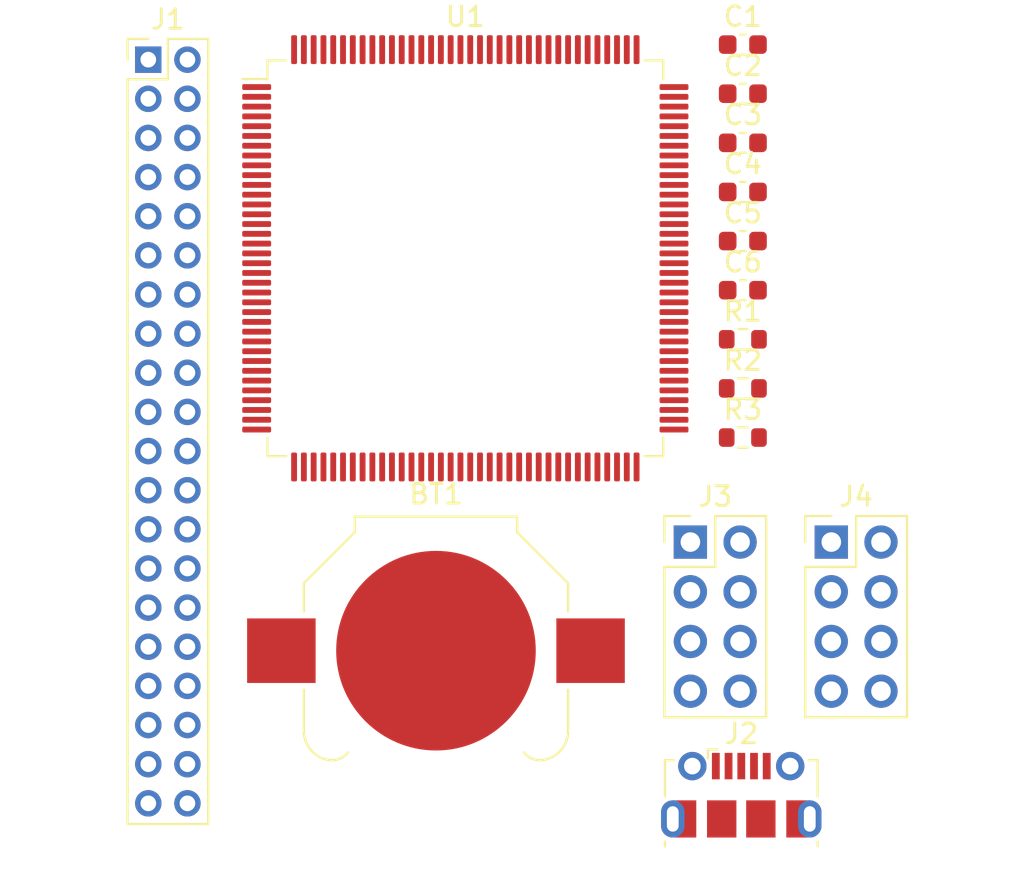
<source format=kicad_pcb>
(kicad_pcb (version 20221018) (generator pcbnew)
  (layers (0 "F.Cu" signal) (31 "B.Cu" signal) (34 "B.Paste" user) (35 "F.Paste" user) (36 "B.SilkS" user "B.Silkscreen") (37 "F.SilkS" user "F.Silkscreen") (38 "B.Mask" user) (39 "F.Mask" user) (44 "Edge.Cuts" user))
  (net 0 "")
  (net 1 "Net-(BT1-+)")
  (net 2 "GND")
  (net 3 "+3V3")
  (net 44 "+5V")
  (net 45 "Net-(J2-D-)")
  (net 46 "Net-(J2-D+)")
  (net 64 "PA12")
  (net 65 "PA11")
  (footprint "Package_QFP:LQFP-144_20x20mm_P0.5mm" (layer "F.Cu") (at 132.26 75.4925)
    (fp_text reference "U1" (at 0 -12.35) (layer "F.SilkS"))
    (fp_text value "STM32F429Z_E-G_Tx")
    (fp_line (start -10.11 -10.11) (end -10.11 -9.16) (stroke (width 0.12)) (layer "F.SilkS"))
    (fp_line (start -10.11 -9.16) (end -11.4 -9.16) (stroke (width 0.12)) (layer "F.SilkS"))
    (fp_line (start -10.11 10.11) (end -10.11 9.16) (stroke (width 0.12)) (layer "F.SilkS"))
    (fp_line (start -9.16 -10.11) (end -10.11 -10.11) (stroke (width 0.12)) (layer "F.SilkS"))
    (fp_line (start -9.16 10.11) (end -10.11 10.11) (stroke (width 0.12)) (layer "F.SilkS"))
    (fp_line (start 9.16 -10.11) (end 10.11 -10.11) (stroke (width 0.12)) (layer "F.SilkS"))
    (fp_line (start 9.16 10.11) (end 10.11 10.11) (stroke (width 0.12)) (layer "F.SilkS"))
    (fp_line (start 10.11 -10.11) (end 10.11 -9.16) (stroke (width 0.12)) (layer "F.SilkS"))
    (fp_line (start 10.11 10.11) (end 10.11 9.16) (stroke (width 0.12)) (layer "F.SilkS"))
    (pad "1" smd roundrect (at -10.6625 -8.75) (size 1.475 0.3) (layers "F.Cu" "F.Paste" "F.Mask"))
    (pad "2" smd roundrect (at -10.6625 -8.25) (size 1.475 0.3) (layers "F.Cu" "F.Paste" "F.Mask"))
    (pad "3" smd roundrect (at -10.6625 -7.75) (size 1.475 0.3) (layers "F.Cu" "F.Paste" "F.Mask"))
    (pad "4" smd roundrect (at -10.6625 -7.25) (size 1.475 0.3) (layers "F.Cu" "F.Paste" "F.Mask"))
    (pad "5" smd roundrect (at -10.6625 -6.75) (size 1.475 0.3) (layers "F.Cu" "F.Paste" "F.Mask"))
    (pad "6" smd roundrect (at -10.6625 -6.25) (size 1.475 0.3) (layers "F.Cu" "F.Paste" "F.Mask") (net 1 "Net-(BT1-+)"))
    (pad "7" smd roundrect (at -10.6625 -5.75) (size 1.475 0.3) (layers "F.Cu" "F.Paste" "F.Mask"))
    (pad "8" smd roundrect (at -10.6625 -5.25) (size 1.475 0.3) (layers "F.Cu" "F.Paste" "F.Mask"))
    (pad "9" smd roundrect (at -10.6625 -4.75) (size 1.475 0.3) (layers "F.Cu" "F.Paste" "F.Mask"))
    (pad "10" smd roundrect (at -10.6625 -4.25) (size 1.475 0.3) (layers "F.Cu" "F.Paste" "F.Mask"))
    (pad "11" smd roundrect (at -10.6625 -3.75) (size 1.475 0.3) (layers "F.Cu" "F.Paste" "F.Mask"))
    (pad "12" smd roundrect (at -10.6625 -3.25) (size 1.475 0.3) (layers "F.Cu" "F.Paste" "F.Mask"))
    (pad "13" smd roundrect (at -10.6625 -2.75) (size 1.475 0.3) (layers "F.Cu" "F.Paste" "F.Mask"))
    (pad "14" smd roundrect (at -10.6625 -2.25) (size 1.475 0.3) (layers "F.Cu" "F.Paste" "F.Mask"))
    (pad "15" smd roundrect (at -10.6625 -1.75) (size 1.475 0.3) (layers "F.Cu" "F.Paste" "F.Mask"))
    (pad "16" smd roundrect (at -10.6625 -1.25) (size 1.475 0.3) (layers "F.Cu" "F.Paste" "F.Mask") (net 2 "GND"))
    (pad "17" smd roundrect (at -10.6625 -0.75) (size 1.475 0.3) (layers "F.Cu" "F.Paste" "F.Mask") (net 3 "+3V3"))
    (pad "18" smd roundrect (at -10.6625 -0.25) (size 1.475 0.3) (layers "F.Cu" "F.Paste" "F.Mask"))
    (pad "19" smd roundrect (at -10.6625 0.25) (size 1.475 0.3) (layers "F.Cu" "F.Paste" "F.Mask"))
    (pad "20" smd roundrect (at -10.6625 0.75) (size 1.475 0.3) (layers "F.Cu" "F.Paste" "F.Mask"))
    (pad "21" smd roundrect (at -10.6625 1.25) (size 1.475 0.3) (layers "F.Cu" "F.Paste" "F.Mask"))
    (pad "22" smd roundrect (at -10.6625 1.75) (size 1.475 0.3) (layers "F.Cu" "F.Paste" "F.Mask"))
    (pad "23" smd roundrect (at -10.6625 2.25) (size 1.475 0.3) (layers "F.Cu" "F.Paste" "F.Mask"))
    (pad "24" smd roundrect (at -10.6625 2.75) (size 1.475 0.3) (layers "F.Cu" "F.Paste" "F.Mask"))
    (pad "25" smd roundrect (at -10.6625 3.25) (size 1.475 0.3) (layers "F.Cu" "F.Paste" "F.Mask"))
    (pad "26" smd roundrect (at -10.6625 3.75) (size 1.475 0.3) (layers "F.Cu" "F.Paste" "F.Mask"))
    (pad "27" smd roundrect (at -10.6625 4.25) (size 1.475 0.3) (layers "F.Cu" "F.Paste" "F.Mask"))
    (pad "28" smd roundrect (at -10.6625 4.75) (size 1.475 0.3) (layers "F.Cu" "F.Paste" "F.Mask"))
    (pad "29" smd roundrect (at -10.6625 5.25) (size 1.475 0.3) (layers "F.Cu" "F.Paste" "F.Mask"))
    (pad "30" smd roundrect (at -10.6625 5.75) (size 1.475 0.3) (layers "F.Cu" "F.Paste" "F.Mask") (net 3 "+3V3"))
    (pad "31" smd roundrect (at -10.6625 6.25) (size 1.475 0.3) (layers "F.Cu" "F.Paste" "F.Mask") (net 2 "GND"))
    (pad "32" smd roundrect (at -10.6625 6.75) (size 1.475 0.3) (layers "F.Cu" "F.Paste" "F.Mask"))
    (pad "33" smd roundrect (at -10.6625 7.25) (size 1.475 0.3) (layers "F.Cu" "F.Paste" "F.Mask"))
    (pad "34" smd roundrect (at -10.6625 7.75) (size 1.475 0.3) (layers "F.Cu" "F.Paste" "F.Mask"))
    (pad "35" smd roundrect (at -10.6625 8.25) (size 1.475 0.3) (layers "F.Cu" "F.Paste" "F.Mask"))
    (pad "36" smd roundrect (at -10.6625 8.75) (size 1.475 0.3) (layers "F.Cu" "F.Paste" "F.Mask"))
    (pad "37" smd roundrect (at -8.75 10.6625) (size 0.3 1.475) (layers "F.Cu" "F.Paste" "F.Mask"))
    (pad "38" smd roundrect (at -8.25 10.6625) (size 0.3 1.475) (layers "F.Cu" "F.Paste" "F.Mask") (net 2 "GND"))
    (pad "39" smd roundrect (at -7.75 10.6625) (size 0.3 1.475) (layers "F.Cu" "F.Paste" "F.Mask") (net 3 "+3V3"))
    (pad "40" smd roundrect (at -7.25 10.6625) (size 0.3 1.475) (layers "F.Cu" "F.Paste" "F.Mask"))
    (pad "41" smd roundrect (at -6.75 10.6625) (size 0.3 1.475) (layers "F.Cu" "F.Paste" "F.Mask"))
    (pad "42" smd roundrect (at -6.25 10.6625) (size 0.3 1.475) (layers "F.Cu" "F.Paste" "F.Mask"))
    (pad "43" smd roundrect (at -5.75 10.6625) (size 0.3 1.475) (layers "F.Cu" "F.Paste" "F.Mask"))
    (pad "44" smd roundrect (at -5.25 10.6625) (size 0.3 1.475) (layers "F.Cu" "F.Paste" "F.Mask"))
    (pad "45" smd roundrect (at -4.75 10.6625) (size 0.3 1.475) (layers "F.Cu" "F.Paste" "F.Mask"))
    (pad "46" smd roundrect (at -4.25 10.6625) (size 0.3 1.475) (layers "F.Cu" "F.Paste" "F.Mask"))
    (pad "47" smd roundrect (at -3.75 10.6625) (size 0.3 1.475) (layers "F.Cu" "F.Paste" "F.Mask"))
    (pad "48" smd roundrect (at -3.25 10.6625) (size 0.3 1.475) (layers "F.Cu" "F.Paste" "F.Mask"))
    (pad "49" smd roundrect (at -2.75 10.6625) (size 0.3 1.475) (layers "F.Cu" "F.Paste" "F.Mask"))
    (pad "50" smd roundrect (at -2.25 10.6625) (size 0.3 1.475) (layers "F.Cu" "F.Paste" "F.Mask"))
    (pad "51" smd roundrect (at -1.75 10.6625) (size 0.3 1.475) (layers "F.Cu" "F.Paste" "F.Mask") (net 2 "GND"))
    (pad "52" smd roundrect (at -1.25 10.6625) (size 0.3 1.475) (layers "F.Cu" "F.Paste" "F.Mask") (net 3 "+3V3"))
    (pad "53" smd roundrect (at -0.75 10.6625) (size 0.3 1.475) (layers "F.Cu" "F.Paste" "F.Mask"))
    (pad "54" smd roundrect (at -0.25 10.6625) (size 0.3 1.475) (layers "F.Cu" "F.Paste" "F.Mask"))
    (pad "55" smd roundrect (at 0.25 10.6625) (size 0.3 1.475) (layers "F.Cu" "F.Paste" "F.Mask"))
    (pad "56" smd roundrect (at 0.75 10.6625) (size 0.3 1.475) (layers "F.Cu" "F.Paste" "F.Mask"))
    (pad "57" smd roundrect (at 1.25 10.6625) (size 0.3 1.475) (layers "F.Cu" "F.Paste" "F.Mask"))
    (pad "58" smd roundrect (at 1.75 10.6625) (size 0.3 1.475) (layers "F.Cu" "F.Paste" "F.Mask"))
    (pad "59" smd roundrect (at 2.25 10.6625) (size 0.3 1.475) (layers "F.Cu" "F.Paste" "F.Mask"))
    (pad "60" smd roundrect (at 2.75 10.6625) (size 0.3 1.475) (layers "F.Cu" "F.Paste" "F.Mask"))
    (pad "61" smd roundrect (at 3.25 10.6625) (size 0.3 1.475) (layers "F.Cu" "F.Paste" "F.Mask") (net 2 "GND"))
    (pad "62" smd roundrect (at 3.75 10.6625) (size 0.3 1.475) (layers "F.Cu" "F.Paste" "F.Mask") (net 3 "+3V3"))
    (pad "63" smd roundrect (at 4.25 10.6625) (size 0.3 1.475) (layers "F.Cu" "F.Paste" "F.Mask"))
    (pad "64" smd roundrect (at 4.75 10.6625) (size 0.3 1.475) (layers "F.Cu" "F.Paste" "F.Mask"))
    (pad "65" smd roundrect (at 5.25 10.6625) (size 0.3 1.475) (layers "F.Cu" "F.Paste" "F.Mask"))
    (pad "66" smd roundrect (at 5.75 10.6625) (size 0.3 1.475) (layers "F.Cu" "F.Paste" "F.Mask"))
    (pad "67" smd roundrect (at 6.25 10.6625) (size 0.3 1.475) (layers "F.Cu" "F.Paste" "F.Mask"))
    (pad "68" smd roundrect (at 6.75 10.6625) (size 0.3 1.475) (layers "F.Cu" "F.Paste" "F.Mask"))
    (pad "69" smd roundrect (at 7.25 10.6625) (size 0.3 1.475) (layers "F.Cu" "F.Paste" "F.Mask"))
    (pad "70" smd roundrect (at 7.75 10.6625) (size 0.3 1.475) (layers "F.Cu" "F.Paste" "F.Mask"))
    (pad "71" smd roundrect (at 8.25 10.6625) (size 0.3 1.475) (layers "F.Cu" "F.Paste" "F.Mask"))
    (pad "72" smd roundrect (at 8.75 10.6625) (size 0.3 1.475) (layers "F.Cu" "F.Paste" "F.Mask") (net 3 "+3V3"))
    (pad "73" smd roundrect (at 10.6625 8.75) (size 1.475 0.3) (layers "F.Cu" "F.Paste" "F.Mask"))
    (pad "74" smd roundrect (at 10.6625 8.25) (size 1.475 0.3) (layers "F.Cu" "F.Paste" "F.Mask"))
    (pad "75" smd roundrect (at 10.6625 7.75) (size 1.475 0.3) (layers "F.Cu" "F.Paste" "F.Mask"))
    (pad "76" smd roundrect (at 10.6625 7.25) (size 1.475 0.3) (layers "F.Cu" "F.Paste" "F.Mask"))
    (pad "77" smd roundrect (at 10.6625 6.75) (size 1.475 0.3) (layers "F.Cu" "F.Paste" "F.Mask"))
    (pad "78" smd roundrect (at 10.6625 6.25) (size 1.475 0.3) (layers "F.Cu" "F.Paste" "F.Mask"))
    (pad "79" smd roundrect (at 10.6625 5.75) (size 1.475 0.3) (layers "F.Cu" "F.Paste" "F.Mask"))
    (pad "80" smd roundrect (at 10.6625 5.25) (size 1.475 0.3) (layers "F.Cu" "F.Paste" "F.Mask"))
    (pad "81" smd roundrect (at 10.6625 4.75) (size 1.475 0.3) (layers "F.Cu" "F.Paste" "F.Mask"))
    (pad "82" smd roundrect (at 10.6625 4.25) (size 1.475 0.3) (layers "F.Cu" "F.Paste" "F.Mask"))
    (pad "83" smd roundrect (at 10.6625 3.75) (size 1.475 0.3) (layers "F.Cu" "F.Paste" "F.Mask") (net 2 "GND"))
    (pad "84" smd roundrect (at 10.6625 3.25) (size 1.475 0.3) (layers "F.Cu" "F.Paste" "F.Mask") (net 3 "+3V3"))
    (pad "85" smd roundrect (at 10.6625 2.75) (size 1.475 0.3) (layers "F.Cu" "F.Paste" "F.Mask"))
    (pad "86" smd roundrect (at 10.6625 2.25) (size 1.475 0.3) (layers "F.Cu" "F.Paste" "F.Mask"))
    (pad "87" smd roundrect (at 10.6625 1.75) (size 1.475 0.3) (layers "F.Cu" "F.Paste" "F.Mask"))
    (pad "88" smd roundrect (at 10.6625 1.25) (size 1.475 0.3) (layers "F.Cu" "F.Paste" "F.Mask"))
    (pad "89" smd roundrect (at 10.6625 0.75) (size 1.475 0.3) (layers "F.Cu" "F.Paste" "F.Mask"))
    (pad "90" smd roundrect (at 10.6625 0.25) (size 1.475 0.3) (layers "F.Cu" "F.Paste" "F.Mask"))
    (pad "91" smd roundrect (at 10.6625 -0.25) (size 1.475 0.3) (layers "F.Cu" "F.Paste" "F.Mask"))
    (pad "92" smd roundrect (at 10.6625 -0.75) (size 1.475 0.3) (layers "F.Cu" "F.Paste" "F.Mask"))
    (pad "93" smd roundrect (at 10.6625 -1.25) (size 1.475 0.3) (layers "F.Cu" "F.Paste" "F.Mask"))
    (pad "94" smd roundrect (at 10.6625 -1.75) (size 1.475 0.3) (layers "F.Cu" "F.Paste" "F.Mask") (net 2 "GND"))
    (pad "95" smd roundrect (at 10.6625 -2.25) (size 1.475 0.3) (layers "F.Cu" "F.Paste" "F.Mask") (net 3 "+3V3"))
    (pad "96" smd roundrect (at 10.6625 -2.75) (size 1.475 0.3) (layers "F.Cu" "F.Paste" "F.Mask"))
    (pad "97" smd roundrect (at 10.6625 -3.25) (size 1.475 0.3) (layers "F.Cu" "F.Paste" "F.Mask"))
    (pad "98" smd roundrect (at 10.6625 -3.75) (size 1.475 0.3) (layers "F.Cu" "F.Paste" "F.Mask"))
    (pad "99" smd roundrect (at 10.6625 -4.25) (size 1.475 0.3) (layers "F.Cu" "F.Paste" "F.Mask"))
    (pad "100" smd roundrect (at 10.6625 -4.75) (size 1.475 0.3) (layers "F.Cu" "F.Paste" "F.Mask"))
    (pad "101" smd roundrect (at 10.6625 -5.25) (size 1.475 0.3) (layers "F.Cu" "F.Paste" "F.Mask"))
    (pad "102" smd roundrect (at 10.6625 -5.75) (size 1.475 0.3) (layers "F.Cu" "F.Paste" "F.Mask"))
    (pad "103" smd roundrect (at 10.6625 -6.25) (size 1.475 0.3) (layers "F.Cu" "F.Paste" "F.Mask"))
    (pad "104" smd roundrect (at 10.6625 -6.75) (size 1.475 0.3) (layers "F.Cu" "F.Paste" "F.Mask"))
    (pad "105" smd roundrect (at 10.6625 -7.25) (size 1.475 0.3) (layers "F.Cu" "F.Paste" "F.Mask"))
    (pad "106" smd roundrect (at 10.6625 -7.75) (size 1.475 0.3) (layers "F.Cu" "F.Paste" "F.Mask"))
    (pad "107" smd roundrect (at 10.6625 -8.25) (size 1.475 0.3) (layers "F.Cu" "F.Paste" "F.Mask") (net 2 "GND"))
    (pad "108" smd roundrect (at 10.6625 -8.75) (size 1.475 0.3) (layers "F.Cu" "F.Paste" "F.Mask") (net 3 "+3V3"))
    (pad "109" smd roundrect (at 8.75 -10.6625) (size 0.3 1.475) (layers "F.Cu" "F.Paste" "F.Mask"))
    (pad "110" smd roundrect (at 8.25 -10.6625) (size 0.3 1.475) (layers "F.Cu" "F.Paste" "F.Mask"))
    (pad "111" smd roundrect (at 7.75 -10.6625) (size 0.3 1.475) (layers "F.Cu" "F.Paste" "F.Mask"))
    (pad "112" smd roundrect (at 7.25 -10.6625) (size 0.3 1.475) (layers "F.Cu" "F.Paste" "F.Mask"))
    (pad "113" smd roundrect (at 6.75 -10.6625) (size 0.3 1.475) (layers "F.Cu" "F.Paste" "F.Mask"))
    (pad "114" smd roundrect (at 6.25 -10.6625) (size 0.3 1.475) (layers "F.Cu" "F.Paste" "F.Mask"))
    (pad "115" smd roundrect (at 5.75 -10.6625) (size 0.3 1.475) (layers "F.Cu" "F.Paste" "F.Mask"))
    (pad "116" smd roundrect (at 5.25 -10.6625) (size 0.3 1.475) (layers "F.Cu" "F.Paste" "F.Mask"))
    (pad "117" smd roundrect (at 4.75 -10.6625) (size 0.3 1.475) (layers "F.Cu" "F.Paste" "F.Mask"))
    (pad "118" smd roundrect (at 4.25 -10.6625) (size 0.3 1.475) (layers "F.Cu" "F.Paste" "F.Mask"))
    (pad "119" smd roundrect (at 3.75 -10.6625) (size 0.3 1.475) (layers "F.Cu" "F.Paste" "F.Mask"))
    (pad "120" smd roundrect (at 3.25 -10.6625) (size 0.3 1.475) (layers "F.Cu" "F.Paste" "F.Mask") (net 2 "GND"))
    (pad "121" smd roundrect (at 2.75 -10.6625) (size 0.3 1.475) (layers "F.Cu" "F.Paste" "F.Mask") (net 3 "+3V3"))
    (pad "122" smd roundrect (at 2.25 -10.6625) (size 0.3 1.475) (layers "F.Cu" "F.Paste" "F.Mask"))
    (pad "123" smd roundrect (at 1.75 -10.6625) (size 0.3 1.475) (layers "F.Cu" "F.Paste" "F.Mask"))
    (pad "124" smd roundrect (at 1.25 -10.6625) (size 0.3 1.475) (layers "F.Cu" "F.Paste" "F.Mask"))
    (pad "125" smd roundrect (at 0.75 -10.6625) (size 0.3 1.475) (layers "F.Cu" "F.Paste" "F.Mask"))
    (pad "126" smd roundrect (at 0.25 -10.6625) (size 0.3 1.475) (layers "F.Cu" "F.Paste" "F.Mask"))
    (pad "127" smd roundrect (at -0.25 -10.6625) (size 0.3 1.475) (layers "F.Cu" "F.Paste" "F.Mask"))
    (pad "128" smd roundrect (at -0.75 -10.6625) (size 0.3 1.475) (layers "F.Cu" "F.Paste" "F.Mask"))
    (pad "129" smd roundrect (at -1.25 -10.6625) (size 0.3 1.475) (layers "F.Cu" "F.Paste" "F.Mask"))
    (pad "130" smd roundrect (at -1.75 -10.6625) (size 0.3 1.475) (layers "F.Cu" "F.Paste" "F.Mask") (net 2 "GND"))
    (pad "131" smd roundrect (at -2.25 -10.6625) (size 0.3 1.475) (layers "F.Cu" "F.Paste" "F.Mask") (net 3 "+3V3"))
    (pad "132" smd roundrect (at -2.75 -10.6625) (size 0.3 1.475) (layers "F.Cu" "F.Paste" "F.Mask"))
    (pad "133" smd roundrect (at -3.25 -10.6625) (size 0.3 1.475) (layers "F.Cu" "F.Paste" "F.Mask"))
    (pad "134" smd roundrect (at -3.75 -10.6625) (size 0.3 1.475) (layers "F.Cu" "F.Paste" "F.Mask"))
    (pad "135" smd roundrect (at -4.25 -10.6625) (size 0.3 1.475) (layers "F.Cu" "F.Paste" "F.Mask"))
    (pad "136" smd roundrect (at -4.75 -10.6625) (size 0.3 1.475) (layers "F.Cu" "F.Paste" "F.Mask"))
    (pad "137" smd roundrect (at -5.25 -10.6625) (size 0.3 1.475) (layers "F.Cu" "F.Paste" "F.Mask"))
    (pad "138" smd roundrect (at -5.75 -10.6625) (size 0.3 1.475) (layers "F.Cu" "F.Paste" "F.Mask"))
    (pad "139" smd roundrect (at -6.25 -10.6625) (size 0.3 1.475) (layers "F.Cu" "F.Paste" "F.Mask"))
    (pad "140" smd roundrect (at -6.75 -10.6625) (size 0.3 1.475) (layers "F.Cu" "F.Paste" "F.Mask"))
    (pad "141" smd roundrect (at -7.25 -10.6625) (size 0.3 1.475) (layers "F.Cu" "F.Paste" "F.Mask"))
    (pad "142" smd roundrect (at -7.75 -10.6625) (size 0.3 1.475) (layers "F.Cu" "F.Paste" "F.Mask"))
    (pad "143" smd roundrect (at -8.25 -10.6625) (size 0.3 1.475) (layers "F.Cu" "F.Paste" "F.Mask"))
    (pad "144" smd roundrect (at -8.75 -10.6625) (size 0.3 1.475) (layers "F.Cu" "F.Paste" "F.Mask") (net 3 "+3V3"))
  )
  (footprint "Capacitor_SMD:C_0603_1608Metric" (layer "F.Cu") (at 146.44 74.6125)
    (fp_text reference "C5" (at 0 -1.43) (layer "F.SilkS"))
    (fp_text value "0.1uF")
    (fp_line (start -0.14058 -0.51) (end 0.14058 -0.51) (stroke (width 0.12)) (layer "F.SilkS"))
    (fp_line (start -0.14058 0.51) (end 0.14058 0.51) (stroke (width 0.12)) (layer "F.SilkS"))
    (pad "1" smd roundrect (at -0.775 0) (size 0.9 0.95) (layers "F.Cu" "F.Paste" "F.Mask") (net 3 "+3V3"))
    (pad "2" smd roundrect (at 0.775 0) (size 0.9 0.95) (layers "F.Cu" "F.Paste" "F.Mask") (net 2 "GND"))
  )
  (footprint "Connector_PinHeader_2.54mm:PinHeader_2x04_P2.54mm_Vertical" (layer "F.Cu") (at 143.76 89.9925)
    (fp_text reference "J3" (at 1.27 -2.33) (layer "F.SilkS"))
    (fp_text value "Conn_02x04_Odd_Even")
    (fp_line (start -1.33 -1.33) (end 0 -1.33) (stroke (width 0.12)) (layer "F.SilkS"))
    (fp_line (start -1.33 0) (end -1.33 -1.33) (stroke (width 0.12)) (layer "F.SilkS"))
    (fp_line (start -1.33 1.27) (end -1.33 8.95) (stroke (width 0.12)) (layer "F.SilkS"))
    (fp_line (start -1.33 1.27) (end 1.27 1.27) (stroke (width 0.12)) (layer "F.SilkS"))
    (fp_line (start -1.33 8.95) (end 3.87 8.95) (stroke (width 0.12)) (layer "F.SilkS"))
    (fp_line (start 1.27 -1.33) (end 3.87 -1.33) (stroke (width 0.12)) (layer "F.SilkS"))
    (fp_line (start 1.27 1.27) (end 1.27 -1.33) (stroke (width 0.12)) (layer "F.SilkS"))
    (fp_line (start 3.87 -1.33) (end 3.87 8.95) (stroke (width 0.12)) (layer "F.SilkS"))
    (pad "1" thru_hole rect (at 0 0) (size 1.7 1.7) (drill 1) (layers "*.Cu" "*.Mask"))
    (pad "2" thru_hole oval (at 2.54 0) (size 1.7 1.7) (drill 1) (layers "*.Cu" "*.Mask"))
    (pad "3" thru_hole oval (at 0 2.54) (size 1.7 1.7) (drill 1) (layers "*.Cu" "*.Mask"))
    (pad "4" thru_hole oval (at 2.54 2.54) (size 1.7 1.7) (drill 1) (layers "*.Cu" "*.Mask"))
    (pad "5" thru_hole oval (at 0 5.08) (size 1.7 1.7) (drill 1) (layers "*.Cu" "*.Mask"))
    (pad "6" thru_hole oval (at 2.54 5.08) (size 1.7 1.7) (drill 1) (layers "*.Cu" "*.Mask"))
    (pad "7" thru_hole oval (at 0 7.62) (size 1.7 1.7) (drill 1) (layers "*.Cu" "*.Mask"))
    (pad "8" thru_hole oval (at 2.54 7.62) (size 1.7 1.7) (drill 1) (layers "*.Cu" "*.Mask"))
  )
  (footprint "Capacitor_SMD:C_0603_1608Metric" (layer "F.Cu") (at 146.44 69.5925)
    (fp_text reference "C3" (at 0 -1.43) (layer "F.SilkS"))
    (fp_text value "0.1uF")
    (fp_line (start -0.14058 -0.51) (end 0.14058 -0.51) (stroke (width 0.12)) (layer "F.SilkS"))
    (fp_line (start -0.14058 0.51) (end 0.14058 0.51) (stroke (width 0.12)) (layer "F.SilkS"))
    (pad "1" smd roundrect (at -0.775 0) (size 0.9 0.95) (layers "F.Cu" "F.Paste" "F.Mask") (net 3 "+3V3"))
    (pad "2" smd roundrect (at 0.775 0) (size 0.9 0.95) (layers "F.Cu" "F.Paste" "F.Mask") (net 2 "GND"))
  )
  (footprint "Connector_USB:USB_Micro-B_Molex-105017-0001" (layer "F.Cu") (at 146.36 102.9025)
    (fp_text reference "J2" (at 0 -3.1125) (layer "F.SilkS"))
    (fp_text value "USB_B_Micro")
    (fp_line (start -3.9 -1.7625) (end -3.45 -1.7625) (stroke (width 0.12)) (layer "F.SilkS"))
    (fp_line (start -3.9 0.0875) (end -3.9 -1.7625) (stroke (width 0.12)) (layer "F.SilkS"))
    (fp_line (start -3.9 2.6375) (end -3.9 2.3875) (stroke (width 0.12)) (layer "F.SilkS"))
    (fp_line (start -1.7 -2.3125) (end -1.7 -1.8625) (stroke (width 0.12)) (layer "F.SilkS"))
    (fp_line (start -1.7 -2.3125) (end -1.25 -2.3125) (stroke (width 0.12)) (layer "F.SilkS"))
    (fp_line (start 3.9 -1.7625) (end 3.45 -1.7625) (stroke (width 0.12)) (layer "F.SilkS"))
    (fp_line (start 3.9 0.0875) (end 3.9 -1.7625) (stroke (width 0.12)) (layer "F.SilkS"))
    (fp_line (start 3.9 2.6375) (end 3.9 2.3875) (stroke (width 0.12)) (layer "F.SilkS"))
    (pad "1" smd rect (at -1.3 -1.4625) (size 0.4 1.35) (layers "F.Cu" "F.Paste" "F.Mask") (net 44 "+5V"))
    (pad "2" smd rect (at -0.65 -1.4625) (size 0.4 1.35) (layers "F.Cu" "F.Paste" "F.Mask") (net 45 "Net-(J2-D-)"))
    (pad "3" smd rect (at 0 -1.4625) (size 0.4 1.35) (layers "F.Cu" "F.Paste" "F.Mask") (net 46 "Net-(J2-D+)"))
    (pad "4" smd rect (at 0.65 -1.4625) (size 0.4 1.35) (layers "F.Cu" "F.Paste" "F.Mask"))
    (pad "5" smd rect (at 1.3 -1.4625) (size 0.4 1.35) (layers "F.Cu" "F.Paste" "F.Mask") (net 2 "GND"))
    (pad "6" thru_hole oval (at -3.5 1.2375 180) (size 1.2 1.9) (drill oval 0.6 1.3) (layers "*.Cu" "*.Mask") (net 2 "GND"))
    (pad "6" smd rect (at -2.9 1.2375) (size 1.2 1.9) (layers "F.Cu" "F.Mask") (net 2 "GND"))
    (pad "6" thru_hole circle (at -2.5 -1.4625) (size 1.45 1.45) (drill 0.85) (layers "*.Cu" "*.Mask") (net 2 "GND"))
    (pad "6" smd rect (at -1 1.2375) (size 1.5 1.9) (layers "F.Cu" "F.Paste" "F.Mask") (net 2 "GND"))
    (pad "6" smd rect (at 1 1.2375) (size 1.5 1.9) (layers "F.Cu" "F.Paste" "F.Mask") (net 2 "GND"))
    (pad "6" thru_hole circle (at 2.5 -1.4625) (size 1.45 1.45) (drill 0.85) (layers "*.Cu" "*.Mask") (net 2 "GND"))
    (pad "6" smd rect (at 2.9 1.2375) (size 1.2 1.9) (layers "F.Cu" "F.Mask") (net 2 "GND"))
    (pad "6" thru_hole oval (at 3.5 1.2375) (size 1.2 1.9) (drill oval 0.6 1.3) (layers "*.Cu" "*.Mask") (net 2 "GND"))
  )
  (footprint "Resistor_SMD:R_0603_1608Metric" (layer "F.Cu") (at 146.44 82.1425)
    (fp_text reference "R2" (at 0 -1.43) (layer "F.SilkS"))
    (fp_text value "22")
    (fp_line (start -0.237258 -0.5225) (end 0.237258 -0.5225) (stroke (width 0.12)) (layer "F.SilkS"))
    (fp_line (start -0.237258 0.5225) (end 0.237258 0.5225) (stroke (width 0.12)) (layer "F.SilkS"))
    (pad "1" smd roundrect (at -0.825 0) (size 0.8 0.95) (layers "F.Cu" "F.Paste" "F.Mask") (net 45 "Net-(J2-D-)"))
    (pad "2" smd roundrect (at 0.825 0) (size 0.8 0.95) (layers "F.Cu" "F.Paste" "F.Mask") (net 65 "PA11"))
  )
  (footprint "Connector_PinHeader_2.54mm:PinHeader_2x04_P2.54mm_Vertical" (layer "F.Cu") (at 150.96 89.9925)
    (fp_text reference "J4" (at 1.27 -2.33) (layer "F.SilkS"))
    (fp_text value "Conn_02x04_Odd_Even")
    (fp_line (start -1.33 -1.33) (end 0 -1.33) (stroke (width 0.12)) (layer "F.SilkS"))
    (fp_line (start -1.33 0) (end -1.33 -1.33) (stroke (width 0.12)) (layer "F.SilkS"))
    (fp_line (start -1.33 1.27) (end -1.33 8.95) (stroke (width 0.12)) (layer "F.SilkS"))
    (fp_line (start -1.33 1.27) (end 1.27 1.27) (stroke (width 0.12)) (layer "F.SilkS"))
    (fp_line (start -1.33 8.95) (end 3.87 8.95) (stroke (width 0.12)) (layer "F.SilkS"))
    (fp_line (start 1.27 -1.33) (end 3.87 -1.33) (stroke (width 0.12)) (layer "F.SilkS"))
    (fp_line (start 1.27 1.27) (end 1.27 -1.33) (stroke (width 0.12)) (layer "F.SilkS"))
    (fp_line (start 3.87 -1.33) (end 3.87 8.95) (stroke (width 0.12)) (layer "F.SilkS"))
    (pad "1" thru_hole rect (at 0 0) (size 1.7 1.7) (drill 1) (layers "*.Cu" "*.Mask"))
    (pad "2" thru_hole oval (at 2.54 0) (size 1.7 1.7) (drill 1) (layers "*.Cu" "*.Mask"))
    (pad "3" thru_hole oval (at 0 2.54) (size 1.7 1.7) (drill 1) (layers "*.Cu" "*.Mask"))
    (pad "4" thru_hole oval (at 2.54 2.54) (size 1.7 1.7) (drill 1) (layers "*.Cu" "*.Mask"))
    (pad "5" thru_hole oval (at 0 5.08) (size 1.7 1.7) (drill 1) (layers "*.Cu" "*.Mask"))
    (pad "6" thru_hole oval (at 2.54 5.08) (size 1.7 1.7) (drill 1) (layers "*.Cu" "*.Mask"))
    (pad "7" thru_hole oval (at 0 7.62) (size 1.7 1.7) (drill 1) (layers "*.Cu" "*.Mask"))
    (pad "8" thru_hole oval (at 2.54 7.62) (size 1.7 1.7) (drill 1) (layers "*.Cu" "*.Mask"))
  )
  (footprint "Battery:BatteryHolder_Keystone_3000_1x12mm" (layer "F.Cu") (at 130.76 95.5425)
    (fp_text reference "BT1" (at 0 -8) (layer "F.SilkS"))
    (fp_text value "Battery_Cell")
    (fp_line (start -6.75 -3.45) (end -4.15 -6.05) (stroke (width 0.12)) (layer "F.SilkS"))
    (fp_line (start -6.75 -2) (end -6.75 -3.45) (stroke (width 0.12)) (layer "F.SilkS"))
    (fp_line (start -6.75 2) (end -6.75 4.1) (stroke (width 0.12)) (layer "F.SilkS"))
    (fp_line (start -4.15 -6.85) (end 4.15 -6.85) (stroke (width 0.12)) (layer "F.SilkS"))
    (fp_line (start -4.15 -6.05) (end -4.15 -6.85) (stroke (width 0.12)) (layer "F.SilkS"))
    (fp_line (start 4.15 -6.85) (end 4.15 -6.05) (stroke (width 0.12)) (layer "F.SilkS"))
    (fp_line (start 4.15 -6.05) (end 6.75 -3.45) (stroke (width 0.12)) (layer "F.SilkS"))
    (fp_line (start 6.75 -3.45) (end 6.75 -2) (stroke (width 0.12)) (layer "F.SilkS"))
    (fp_line (start 6.75 2) (end 6.75 4.1) (stroke (width 0.12)) (layer "F.SilkS"))
    (fp_arc (start -5.3 5.6) (mid -6.346016 5.125305) (end -6.75 4.05) (stroke (width 0.12)) (layer "F.SilkS"))
    (fp_arc (start -4.5 5.2) (mid -4.90584 5.514615) (end -5.414615 5.58416) (stroke (width 0.12)) (layer "F.SilkS"))
    (fp_arc (start 5.414615 5.58416) (mid 4.90584 5.514615) (end 4.5 5.2) (stroke (width 0.12)) (layer "F.SilkS"))
    (fp_arc (start 6.75 4.05) (mid 6.346016 5.125305) (end 5.3 5.6) (stroke (width 0.12)) (layer "F.SilkS"))
    (pad "1" smd rect (at -7.9 0) (size 3.5 3.3) (layers "F.Cu" "F.Paste" "F.Mask") (net 1 "Net-(BT1-+)"))
    (pad "1" smd rect (at 7.9 0) (size 3.5 3.3) (layers "F.Cu" "F.Paste" "F.Mask") (net 1 "Net-(BT1-+)"))
    (pad "2" smd circle (at 0 0) (size 10.2 10.2) (layers "F.Cu" "F.Mask") (net 2 "GND"))
  )
  (footprint "Capacitor_SMD:C_0603_1608Metric" (layer "F.Cu") (at 146.44 72.1025)
    (fp_text reference "C4" (at 0 -1.43) (layer "F.SilkS"))
    (fp_text value "0.1uF")
    (fp_line (start -0.14058 -0.51) (end 0.14058 -0.51) (stroke (width 0.12)) (layer "F.SilkS"))
    (fp_line (start -0.14058 0.51) (end 0.14058 0.51) (stroke (width 0.12)) (layer "F.SilkS"))
    (pad "1" smd roundrect (at -0.775 0) (size 0.9 0.95) (layers "F.Cu" "F.Paste" "F.Mask") (net 3 "+3V3"))
    (pad "2" smd roundrect (at 0.775 0) (size 0.9 0.95) (layers "F.Cu" "F.Paste" "F.Mask") (net 2 "GND"))
  )
  (footprint "Capacitor_SMD:C_0603_1608Metric" (layer "F.Cu") (at 146.44 64.5725)
    (fp_text reference "C1" (at 0 -1.43) (layer "F.SilkS"))
    (fp_text value "2.2uF")
    (fp_line (start -0.14058 -0.51) (end 0.14058 -0.51) (stroke (width 0.12)) (layer "F.SilkS"))
    (fp_line (start -0.14058 0.51) (end 0.14058 0.51) (stroke (width 0.12)) (layer "F.SilkS"))
    (pad "1" smd roundrect (at -0.775 0) (size 0.9 0.95) (layers "F.Cu" "F.Paste" "F.Mask") (net 3 "+3V3"))
    (pad "2" smd roundrect (at 0.775 0) (size 0.9 0.95) (layers "F.Cu" "F.Paste" "F.Mask") (net 2 "GND"))
  )
  (footprint "Resistor_SMD:R_0603_1608Metric" (layer "F.Cu") (at 146.44 84.6525)
    (fp_text reference "R3" (at 0 -1.43) (layer "F.SilkS"))
    (fp_text value "1.5K")
    (fp_line (start -0.237258 -0.5225) (end 0.237258 -0.5225) (stroke (width 0.12)) (layer "F.SilkS"))
    (fp_line (start -0.237258 0.5225) (end 0.237258 0.5225) (stroke (width 0.12)) (layer "F.SilkS"))
    (pad "1" smd roundrect (at -0.825 0) (size 0.8 0.95) (layers "F.Cu" "F.Paste" "F.Mask") (net 64 "PA12"))
    (pad "2" smd roundrect (at 0.825 0) (size 0.8 0.95) (layers "F.Cu" "F.Paste" "F.Mask") (net 3 "+3V3"))
  )
  (footprint "Capacitor_SMD:C_0603_1608Metric" (layer "F.Cu") (at 146.44 67.0825)
    (fp_text reference "C2" (at 0 -1.43) (layer "F.SilkS"))
    (fp_text value "0.1uF")
    (fp_line (start -0.14058 -0.51) (end 0.14058 -0.51) (stroke (width 0.12)) (layer "F.SilkS"))
    (fp_line (start -0.14058 0.51) (end 0.14058 0.51) (stroke (width 0.12)) (layer "F.SilkS"))
    (pad "1" smd roundrect (at -0.775 0) (size 0.9 0.95) (layers "F.Cu" "F.Paste" "F.Mask") (net 3 "+3V3"))
    (pad "2" smd roundrect (at 0.775 0) (size 0.9 0.95) (layers "F.Cu" "F.Paste" "F.Mask") (net 2 "GND"))
  )
  (footprint "Resistor_SMD:R_0603_1608Metric" (layer "F.Cu") (at 146.44 79.6325)
    (fp_text reference "R1" (at 0 -1.43) (layer "F.SilkS"))
    (fp_text value "22")
    (fp_line (start -0.237258 -0.5225) (end 0.237258 -0.5225) (stroke (width 0.12)) (layer "F.SilkS"))
    (fp_line (start -0.237258 0.5225) (end 0.237258 0.5225) (stroke (width 0.12)) (layer "F.SilkS"))
    (pad "1" smd roundrect (at -0.825 0) (size 0.8 0.95) (layers "F.Cu" "F.Paste" "F.Mask") (net 46 "Net-(J2-D+)"))
    (pad "2" smd roundrect (at 0.825 0) (size 0.8 0.95) (layers "F.Cu" "F.Paste" "F.Mask") (net 64 "PA12"))
  )
  (footprint "Connector_PinHeader_2.00mm:PinHeader_2x20_P2.00mm_Vertical" (layer "F.Cu") (at 116.06 65.3425)
    (fp_text reference "J1" (at 1 -2.06) (layer "F.SilkS"))
    (fp_text value "Conn_02x20_Odd_Even")
    (fp_line (start -1.06 -1.06) (end 0 -1.06) (stroke (width 0.12)) (layer "F.SilkS"))
    (fp_line (start -1.06 0) (end -1.06 -1.06) (stroke (width 0.12)) (layer "F.SilkS"))
    (fp_line (start -1.06 1) (end -1.06 39.06) (stroke (width 0.12)) (layer "F.SilkS"))
    (fp_line (start -1.06 1) (end 1 1) (stroke (width 0.12)) (layer "F.SilkS"))
    (fp_line (start -1.06 39.06) (end 3.06 39.06) (stroke (width 0.12)) (layer "F.SilkS"))
    (fp_line (start 1 -1.06) (end 3.06 -1.06) (stroke (width 0.12)) (layer "F.SilkS"))
    (fp_line (start 1 1) (end 1 -1.06) (stroke (width 0.12)) (layer "F.SilkS"))
    (fp_line (start 3.06 -1.06) (end 3.06 39.06) (stroke (width 0.12)) (layer "F.SilkS"))
    (pad "1" thru_hole rect (at 0 0) (size 1.35 1.35) (drill 0.8) (layers "*.Cu" "*.Mask"))
    (pad "2" thru_hole oval (at 2 0) (size 1.35 1.35) (drill 0.8) (layers "*.Cu" "*.Mask"))
    (pad "3" thru_hole oval (at 0 2) (size 1.35 1.35) (drill 0.8) (layers "*.Cu" "*.Mask"))
    (pad "4" thru_hole oval (at 2 2) (size 1.35 1.35) (drill 0.8) (layers "*.Cu" "*.Mask"))
    (pad "5" thru_hole oval (at 0 4) (size 1.35 1.35) (drill 0.8) (layers "*.Cu" "*.Mask"))
    (pad "6" thru_hole oval (at 2 4) (size 1.35 1.35) (drill 0.8) (layers "*.Cu" "*.Mask"))
    (pad "7" thru_hole oval (at 0 6) (size 1.35 1.35) (drill 0.8) (layers "*.Cu" "*.Mask"))
    (pad "8" thru_hole oval (at 2 6) (size 1.35 1.35) (drill 0.8) (layers "*.Cu" "*.Mask"))
    (pad "9" thru_hole oval (at 0 8) (size 1.35 1.35) (drill 0.8) (layers "*.Cu" "*.Mask"))
    (pad "10" thru_hole oval (at 2 8) (size 1.35 1.35) (drill 0.8) (layers "*.Cu" "*.Mask"))
    (pad "11" thru_hole oval (at 0 10) (size 1.35 1.35) (drill 0.8) (layers "*.Cu" "*.Mask"))
    (pad "12" thru_hole oval (at 2 10) (size 1.35 1.35) (drill 0.8) (layers "*.Cu" "*.Mask"))
    (pad "13" thru_hole oval (at 0 12) (size 1.35 1.35) (drill 0.8) (layers "*.Cu" "*.Mask"))
    (pad "14" thru_hole oval (at 2 12) (size 1.35 1.35) (drill 0.8) (layers "*.Cu" "*.Mask"))
    (pad "15" thru_hole oval (at 0 14) (size 1.35 1.35) (drill 0.8) (layers "*.Cu" "*.Mask"))
    (pad "16" thru_hole oval (at 2 14) (size 1.35 1.35) (drill 0.8) (layers "*.Cu" "*.Mask"))
    (pad "17" thru_hole oval (at 0 16) (size 1.35 1.35) (drill 0.8) (layers "*.Cu" "*.Mask"))
    (pad "18" thru_hole oval (at 2 16) (size 1.35 1.35) (drill 0.8) (layers "*.Cu" "*.Mask"))
    (pad "19" thru_hole oval (at 0 18) (size 1.35 1.35) (drill 0.8) (layers "*.Cu" "*.Mask"))
    (pad "20" thru_hole oval (at 2 18) (size 1.35 1.35) (drill 0.8) (layers "*.Cu" "*.Mask"))
    (pad "21" thru_hole oval (at 0 20) (size 1.35 1.35) (drill 0.8) (layers "*.Cu" "*.Mask"))
    (pad "22" thru_hole oval (at 2 20) (size 1.35 1.35) (drill 0.8) (layers "*.Cu" "*.Mask"))
    (pad "23" thru_hole oval (at 0 22) (size 1.35 1.35) (drill 0.8) (layers "*.Cu" "*.Mask"))
    (pad "24" thru_hole oval (at 2 22) (size 1.35 1.35) (drill 0.8) (layers "*.Cu" "*.Mask"))
    (pad "25" thru_hole oval (at 0 24) (size 1.35 1.35) (drill 0.8) (layers "*.Cu" "*.Mask"))
    (pad "26" thru_hole oval (at 2 24) (size 1.35 1.35) (drill 0.8) (layers "*.Cu" "*.Mask"))
    (pad "27" thru_hole oval (at 0 26) (size 1.35 1.35) (drill 0.8) (layers "*.Cu" "*.Mask"))
    (pad "28" thru_hole oval (at 2 26) (size 1.35 1.35) (drill 0.8) (layers "*.Cu" "*.Mask"))
    (pad "29" thru_hole oval (at 0 28) (size 1.35 1.35) (drill 0.8) (layers "*.Cu" "*.Mask"))
    (pad "30" thru_hole oval (at 2 28) (size 1.35 1.35) (drill 0.8) (layers "*.Cu" "*.Mask"))
    (pad "31" thru_hole oval (at 0 30) (size 1.35 1.35) (drill 0.8) (layers "*.Cu" "*.Mask"))
    (pad "32" thru_hole oval (at 2 30) (size 1.35 1.35) (drill 0.8) (layers "*.Cu" "*.Mask"))
    (pad "33" thru_hole oval (at 0 32) (size 1.35 1.35) (drill 0.8) (layers "*.Cu" "*.Mask"))
    (pad "34" thru_hole oval (at 2 32) (size 1.35 1.35) (drill 0.8) (layers "*.Cu" "*.Mask"))
    (pad "35" thru_hole oval (at 0 34) (size 1.35 1.35) (drill 0.8) (layers "*.Cu" "*.Mask"))
    (pad "36" thru_hole oval (at 2 34) (size 1.35 1.35) (drill 0.8) (layers "*.Cu" "*.Mask"))
    (pad "37" thru_hole oval (at 0 36) (size 1.35 1.35) (drill 0.8) (layers "*.Cu" "*.Mask"))
    (pad "38" thru_hole oval (at 2 36) (size 1.35 1.35) (drill 0.8) (layers "*.Cu" "*.Mask"))
    (pad "39" thru_hole oval (at 0 38) (size 1.35 1.35) (drill 0.8) (layers "*.Cu" "*.Mask"))
    (pad "40" thru_hole oval (at 2 38) (size 1.35 1.35) (drill 0.8) (layers "*.Cu" "*.Mask"))
  )
  (footprint "Capacitor_SMD:C_0603_1608Metric" (layer "F.Cu") (at 146.44 77.1225)
    (fp_text reference "C6" (at 0 -1.43) (layer "F.SilkS"))
    (fp_text value "2.2uF")
    (fp_line (start -0.14058 -0.51) (end 0.14058 -0.51) (stroke (width 0.12)) (layer "F.SilkS"))
    (fp_line (start -0.14058 0.51) (end 0.14058 0.51) (stroke (width 0.12)) (layer "F.SilkS"))
    (pad "1" smd roundrect (at -0.775 0) (size 0.9 0.95) (layers "F.Cu" "F.Paste" "F.Mask") (net 3 "+3V3"))
    (pad "2" smd roundrect (at 0.775 0) (size 0.9 0.95) (layers "F.Cu" "F.Paste" "F.Mask") (net 2 "GND"))
  )
)
</source>
